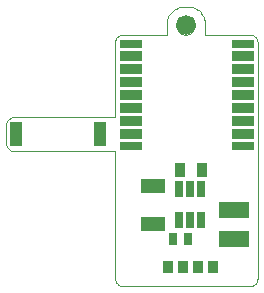
<source format=gbs>
G75*
%MOIN*%
%OFA0B0*%
%FSLAX24Y24*%
%IPPOS*%
%LPD*%
%AMOC8*
5,1,8,0,0,1.08239X$1,22.5*
%
%ADD10C,0.0000*%
%ADD11C,0.0665*%
%ADD12R,0.0434X0.0827*%
%ADD13R,0.0749X0.0316*%
%ADD14R,0.0749X0.0355*%
%ADD15R,0.1040X0.0540*%
%ADD16R,0.0360X0.0390*%
%ADD17R,0.0284X0.0520*%
%ADD18R,0.0316X0.0394*%
%ADD19R,0.0827X0.0512*%
%ADD20R,0.0355X0.0512*%
D10*
X006010Y006400D02*
X006010Y010650D01*
X002635Y010650D01*
X002605Y010652D01*
X002575Y010657D01*
X002546Y010666D01*
X002519Y010679D01*
X002493Y010694D01*
X002469Y010713D01*
X002448Y010734D01*
X002429Y010758D01*
X002414Y010784D01*
X002401Y010811D01*
X002392Y010840D01*
X002387Y010870D01*
X002385Y010900D01*
X002385Y011525D01*
X002387Y011555D01*
X002392Y011585D01*
X002401Y011614D01*
X002414Y011641D01*
X002429Y011667D01*
X002448Y011691D01*
X002469Y011712D01*
X002493Y011731D01*
X002519Y011746D01*
X002546Y011759D01*
X002575Y011768D01*
X002605Y011773D01*
X002635Y011775D01*
X006010Y011775D01*
X006010Y014275D01*
X006012Y014305D01*
X006017Y014335D01*
X006026Y014364D01*
X006039Y014391D01*
X006054Y014417D01*
X006073Y014441D01*
X006094Y014462D01*
X006118Y014481D01*
X006144Y014496D01*
X006171Y014509D01*
X006200Y014518D01*
X006230Y014523D01*
X006260Y014525D01*
X007728Y014525D01*
X007728Y014818D01*
X007729Y014818D02*
X007727Y014865D01*
X007729Y014912D01*
X007734Y014959D01*
X007744Y015005D01*
X007756Y015050D01*
X007773Y015094D01*
X007792Y015137D01*
X007815Y015178D01*
X007841Y015217D01*
X007871Y015254D01*
X007903Y015289D01*
X007937Y015321D01*
X007974Y015350D01*
X008013Y015376D01*
X008054Y015399D01*
X008097Y015418D01*
X008141Y015435D01*
X008186Y015447D01*
X008232Y015457D01*
X008279Y015462D01*
X008279Y015463D02*
X008415Y015463D01*
X008461Y015462D01*
X008506Y015458D01*
X008551Y015450D01*
X008595Y015439D01*
X008638Y015425D01*
X008680Y015407D01*
X008720Y015386D01*
X008759Y015361D01*
X008795Y015334D01*
X008829Y015304D01*
X008861Y015272D01*
X008890Y015237D01*
X008916Y015200D01*
X008940Y015161D01*
X008960Y015120D01*
X008977Y015078D01*
X008990Y015034D01*
X009000Y014990D01*
X009007Y014945D01*
X009010Y014900D01*
X009010Y014899D02*
X009010Y014525D01*
X010510Y014525D01*
X010540Y014523D01*
X010570Y014518D01*
X010599Y014509D01*
X010626Y014496D01*
X010652Y014481D01*
X010676Y014462D01*
X010697Y014441D01*
X010716Y014417D01*
X010731Y014391D01*
X010744Y014364D01*
X010753Y014335D01*
X010758Y014305D01*
X010760Y014275D01*
X010760Y006399D01*
X010758Y006369D01*
X010752Y006339D01*
X010743Y006310D01*
X010730Y006283D01*
X010715Y006257D01*
X010696Y006233D01*
X010674Y006212D01*
X010650Y006194D01*
X010625Y006178D01*
X010597Y006166D01*
X010568Y006157D01*
X010538Y006152D01*
X010508Y006150D01*
X006260Y006150D01*
X006230Y006152D01*
X006200Y006157D01*
X006171Y006166D01*
X006144Y006179D01*
X006118Y006194D01*
X006094Y006213D01*
X006073Y006234D01*
X006054Y006258D01*
X006039Y006284D01*
X006026Y006311D01*
X006017Y006340D01*
X006012Y006370D01*
X006010Y006400D01*
X008047Y014839D02*
X008049Y014874D01*
X008055Y014909D01*
X008065Y014942D01*
X008078Y014975D01*
X008095Y015006D01*
X008115Y015034D01*
X008139Y015060D01*
X008165Y015084D01*
X008193Y015104D01*
X008224Y015121D01*
X008257Y015134D01*
X008290Y015144D01*
X008325Y015150D01*
X008360Y015152D01*
X008395Y015150D01*
X008430Y015144D01*
X008463Y015134D01*
X008496Y015121D01*
X008527Y015104D01*
X008555Y015084D01*
X008581Y015060D01*
X008605Y015034D01*
X008625Y015006D01*
X008642Y014975D01*
X008655Y014942D01*
X008665Y014909D01*
X008671Y014874D01*
X008673Y014839D01*
X008671Y014804D01*
X008665Y014769D01*
X008655Y014736D01*
X008642Y014703D01*
X008625Y014672D01*
X008605Y014644D01*
X008581Y014618D01*
X008555Y014594D01*
X008527Y014574D01*
X008496Y014557D01*
X008463Y014544D01*
X008430Y014534D01*
X008395Y014528D01*
X008360Y014526D01*
X008325Y014528D01*
X008290Y014534D01*
X008257Y014544D01*
X008224Y014557D01*
X008193Y014574D01*
X008165Y014594D01*
X008139Y014618D01*
X008115Y014644D01*
X008095Y014672D01*
X008078Y014703D01*
X008065Y014736D01*
X008055Y014769D01*
X008049Y014804D01*
X008047Y014839D01*
D11*
X008360Y014839D03*
D12*
X005510Y011211D03*
X002714Y011211D03*
D13*
X006528Y010807D03*
X006528Y014232D03*
X010268Y014232D03*
X010268Y010807D03*
D14*
X010268Y011220D03*
X010268Y011654D03*
X010268Y012087D03*
X010268Y012520D03*
X010268Y012953D03*
X010268Y013386D03*
X010268Y013819D03*
X006528Y013819D03*
X006528Y013386D03*
X006528Y012953D03*
X006528Y012520D03*
X006528Y012087D03*
X006528Y011654D03*
X006528Y011220D03*
D15*
X009978Y008681D03*
X009978Y007713D03*
D16*
X009260Y006775D03*
X008760Y006775D03*
X008260Y006775D03*
X007760Y006775D03*
D17*
X008135Y008337D03*
X008509Y008337D03*
X008883Y008341D03*
X008883Y009369D03*
X008509Y009369D03*
X008135Y009369D03*
D18*
X007941Y007713D03*
X008453Y007713D03*
D19*
X007260Y008208D03*
X007260Y009467D03*
D20*
X008186Y010025D03*
X008895Y010025D03*
M02*

</source>
